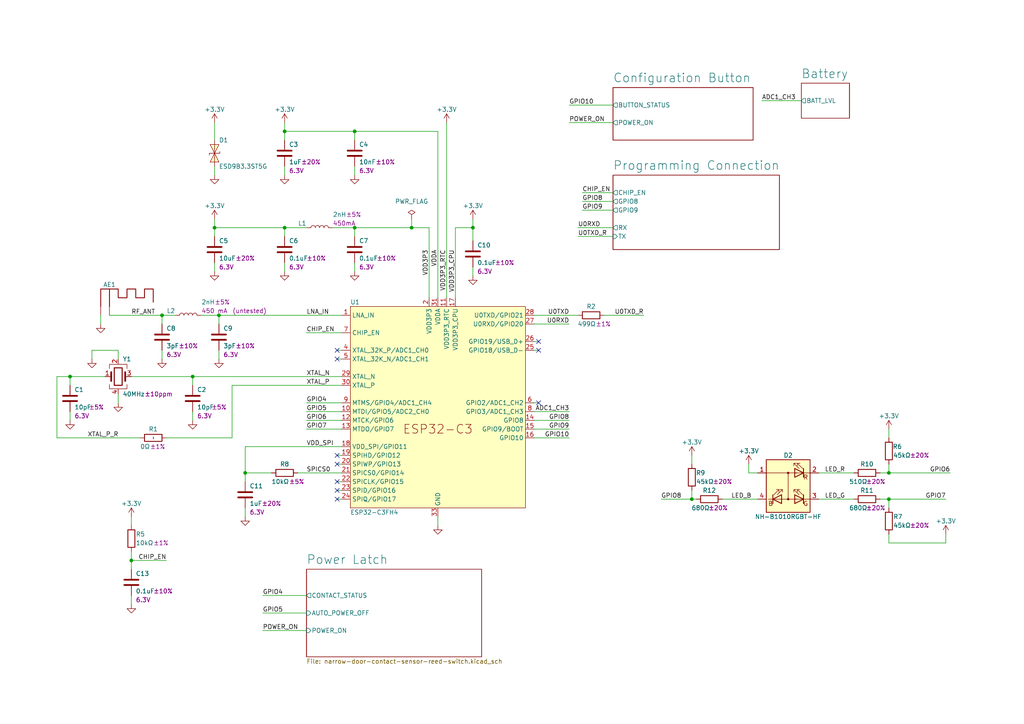
<source format=kicad_sch>
(kicad_sch (version 20230121) (generator eeschema)
  (paper "A4")
  (lib_symbols
    (symbol "Device:C" (pin_numbers hide) (pin_names (offset 0.254))
      (property "Reference" "C" (at 0.635 2.54 0))
      (property "Value" "C" (at 0.635 -2.54 0))
      (symbol "C_0_1"
        (polyline (pts (xy -2.032 -0.762) (xy 2.032 -0.762)) (stroke (width 0.508)))
        (polyline (pts (xy -2.032 0.762) (xy 2.032 0.762)) (stroke (width 0.508)))
      )
      (symbol "C_1_1"
        (pin passive line (at 0 3.81 270) (length 2.794) (name "~") (number "1"))
        (pin passive line (at 0 -3.81 90) (length 2.794) (name "~") (number "2"))
      )
    )
    (symbol "Device:Crystal_GND24" (pin_names (offset 1.016) hide)
      (property "Reference" "Y" (at 3.175 5.08 0))
      (property "Value" "Crystal_GND24" (at 3.175 3.175 0))
      (symbol "Crystal_GND24_0_1"
        (rectangle (start -1.143 2.54) (end 1.143 -2.54) (stroke (width 0.3048)))
        (polyline (pts (xy -2.54 0) (xy -2.032 0)))
        (polyline (pts (xy -2.032 -1.27) (xy -2.032 1.27)) (stroke (width 0.508)))
        (polyline (pts (xy 0 -3.81) (xy 0 -3.556)))
        (polyline (pts (xy 0 3.556) (xy 0 3.81)))
        (polyline (pts (xy 2.032 -1.27) (xy 2.032 1.27)) (stroke (width 0.508)))
        (polyline (pts (xy 2.032 0) (xy 2.54 0)))
        (polyline (pts (xy -2.54 -2.286) (xy -2.54 -3.556) (xy 2.54 -3.556) (xy 2.54 -2.286)))
        (polyline (pts (xy -2.54 2.286) (xy -2.54 3.556) (xy 2.54 3.556) (xy 2.54 2.286)))
      )
      (symbol "Crystal_GND24_1_1"
        (pin passive line (at -3.81 0 0) (length 1.27) (name "1") (number "1"))
        (pin passive line (at 0 5.08 270) (length 1.27) (name "2") (number "2"))
        (pin passive line (at 3.81 0 180) (length 1.27) (name "3") (number "3"))
        (pin passive line (at 0 -5.08 90) (length 1.27) (name "4") (number "4"))
      )
    )
    (symbol "Device:L" (pin_numbers hide) (pin_names (offset 1.016) hide)
      (property "Reference" "L" (at -1.27 0 90))
      (property "Value" "L" (at 1.905 0 90))
      (symbol "L_0_1"
        (arc (start 0 -2.54) (mid 0.6323 -1.905) (end 0 -1.27))
        (arc (start 0 -1.27) (mid 0.6323 -0.635) (end 0 0))
        (arc (start 0 0) (mid 0.6323 0.635) (end 0 1.27))
        (arc (start 0 1.27) (mid 0.6323 1.905) (end 0 2.54))
      )
      (symbol "L_1_1"
        (pin passive line (at 0 3.81 270) (length 1.27) (name "1") (number "1"))
        (pin passive line (at 0 -3.81 90) (length 1.27) (name "2") (number "2"))
      )
    )
    (symbol "Device:R" (pin_numbers hide) (pin_names (offset 0))
      (property "Reference" "R" (at 2.032 0 90))
      (property "Value" "R" (at 0 0 90))
      (symbol "R_0_1"
        (rectangle (start -1.016 -2.54) (end 1.016 2.54) (stroke (width 0.254)))
      )
      (symbol "R_1_1"
        (pin passive line (at 0 3.81 270) (length 1.27) (name "~") (number "1"))
        (pin passive line (at 0 -3.81 90) (length 1.27) (name "~") (number "2"))
      )
    )
    (symbol "Inverted_F_Antenna:Inverted_F_Antenna_2.4GHz_Meandered" (pin_numbers hide) (pin_names hide) (in_bom no)
      (property "Reference" "AE" (at 0 8.89 0))
      (property "Value" "Inverted_F_Antenna_2.4GHz_Meandered" (at -21.59 3.81 0))
      (symbol "Inverted_F_Antenna_2.4GHz_Meandered_1_1"
        (polyline (pts (xy 0 2.54) (xy 0 7.62)) (stroke (width 0.254)))
        (polyline (pts (xy -2.54 2.54) (xy -2.54 7.62) (xy 2.54 7.62) (xy 2.54 5.08) (xy 5.08 5.08) (xy 5.08 7.62) (xy 7.62 7.62) (xy 7.62 5.08) (xy 10.16 5.08) (xy 10.16 7.62) (xy 12.7 7.62) (xy 12.7 3.81)) (stroke (width 0.254)))
        (pin bidirectional line (at 0 0 90) (length 2.54) (name "A") (number "1"))
        (pin passive line (at -2.54 0 90) (length 2.54) (name "GND") (number "2"))
      )
    )
    (symbol "PCM_Espressif:ESP32-C3"
      (property "Reference" "U" (at -25.4 35.56 0))
      (property "Value" "ESP32-C3" (at -25.4 33.02 0))
      (symbol "ESP32-C3_0_0"
        (text "ESP32-C3" (at 0 -5.08 0) (effects (font (size 2.54 2.54))))
        (pin bidirectional line (at -27.94 27.94 0) (length 2.54) (name "LNA_IN") (number "1"))
        (pin bidirectional line (at -27.94 0 0) (length 2.54) (name "MTDI/GPIO5/ADC2_CH0") (number "10"))
        (pin power_in line (at 2.54 33.02 270) (length 2.54) (name "VDD3P3_RTC") (number "11"))
        (pin bidirectional line (at -27.94 -2.54 0) (length 2.54) (name "MTCK/GPIO6") (number "12"))
        (pin bidirectional line (at -27.94 -5.08 0) (length 2.54) (name "MTDO/GPIO7") (number "13"))
        (pin bidirectional line (at 27.94 -2.54 180) (length 2.54) (name "GPIO8") (number "14"))
        (pin bidirectional line (at 27.94 -5.08 180) (length 2.54) (name "GPIO9/BOOT") (number "15"))
        (pin bidirectional line (at 27.94 -7.62 180) (length 2.54) (name "GPIO10") (number "16"))
        (pin power_in line (at 5.08 33.02 270) (length 2.54) (name "VDD3P3_CPU") (number "17"))
        (pin bidirectional line (at -27.94 -10.16 0) (length 2.54) (name "VDD_SPI/GPIO11") (number "18"))
        (pin bidirectional line (at -27.94 -12.7 0) (length 2.54) (name "SPIHD/GPIO12") (number "19"))
        (pin power_in line (at -2.54 33.02 270) (length 2.54) (name "VDD3P3") (number "2"))
        (pin bidirectional line (at -27.94 -15.24 0) (length 2.54) (name "SPIWP/GPIO13") (number "20"))
        (pin bidirectional line (at -27.94 -17.78 0) (length 2.54) (name "SPICS0/GPIO14") (number "21"))
        (pin bidirectional line (at -27.94 -20.32 0) (length 2.54) (name "SPICLK/GPIO15") (number "22"))
        (pin bidirectional line (at -27.94 -22.86 0) (length 2.54) (name "SPID/GPIO16") (number "23"))
        (pin bidirectional line (at -27.94 -25.4 0) (length 2.54) (name "SPIQ/GPIO17") (number "24"))
        (pin bidirectional line (at 27.94 17.78 180) (length 2.54) (name "GPIO18/USB_D-") (number "25"))
        (pin bidirectional line (at 27.94 20.32 180) (length 2.54) (name "GPIO19/USB_D+") (number "26"))
        (pin bidirectional line (at 27.94 25.4 180) (length 2.54) (name "U0RXD/GPIO20") (number "27"))
        (pin bidirectional line (at 27.94 27.94 180) (length 2.54) (name "U0TXD/GPIO21") (number "28"))
        (pin output line (at -27.94 10.16 0) (length 2.54) (name "XTAL_N") (number "29"))
        (pin input line (at -27.94 7.62 0) (length 2.54) (name "XTAL_P") (number "30"))
        (pin power_in line (at 0 33.02 270) (length 2.54) (name "VDDA") (number "31"))
        (pin power_in line (at 0 -30.48 90) (length 2.54) (name "GND") (number "33"))
        (pin output line (at -27.94 17.78 0) (length 2.54) (name "XTAL_32K_P/ADC1_CH0") (number "4"))
        (pin input line (at -27.94 15.24 0) (length 2.54) (name "XTAL_32K_N/ADC1_CH1") (number "5"))
        (pin bidirectional line (at 27.94 2.54 180) (length 2.54) (name "GPIO2/ADC1_CH2") (number "6"))
        (pin input line (at -27.94 22.86 0) (length 2.54) (name "CHIP_EN") (number "7"))
        (pin bidirectional line (at 27.94 0 180) (length 2.54) (name "GPIO3/ADC1_CH3") (number "8"))
        (pin bidirectional line (at -27.94 2.54 0) (length 2.54) (name "MTMS/GPIO4/ADC1_CH4") (number "9"))
      )
      (symbol "ESP32-C3_0_1"
        (rectangle (start -25.4 30.48) (end 25.4 -27.94) (fill (type background)))
        (pin passive line (at -2.54 33.02 270) (length 2.54) hide (name "VDD3P3") (number "3"))
        (pin passive line (at 0 33.02 270) (length 2.54) hide (name "VDDA") (number "32"))
      )
    )
    (symbol "easyeda2kicad:ESD9B3.3ST5G-N" (pin_numbers hide) (pin_names hide)
      (property "Reference" "D" (at 0 2.54 0))
      (property "Value" "ESD9B3.3ST5G-N" (at 0 -2.54 0))
      (symbol "ESD9B3.3ST5G-N_0_1"
        (polyline (pts (xy 1.27 0) (xy -1.27 0)))
        (polyline (pts (xy -2.54 1.27) (xy 0 0) (xy -2.54 -1.27) (xy -2.54 1.27)) (fill (type background)))
        (polyline (pts (xy 2.54 1.27) (xy 0 0) (xy 2.54 -1.27) (xy 2.54 1.27)) (fill (type background)))
        (polyline (pts (xy -0.51 1.52) (xy -0.51 1.52) (xy 0 1.52) (xy 0 -1.52) (xy 0.51 -1.52) (xy 0.51 -1.52)))
      )
      (symbol "ESD9B3.3ST5G-N_1_1"
        (pin passive line (at -3.81 0 0) (length 2.54) (name "A1") (number "1"))
        (pin passive line (at 3.81 0 180) (length 2.54) (name "A2") (number "2"))
      )
    )
    (symbol "easyeda2kicad:NH-B1010RGBT-HF" (pin_names hide)
      (property "Reference" "LED" (at 0 8.89 0))
      (property "Value" "NH-B1010RGBT-HF" (at 0 -8.89 0))
      (symbol "NH-B1010RGBT-HF_0_0"
        (text "B" (at -5.08 -5.08 0) (effects (font (size 1.27 1.27))))
        (text "G" (at 5.08 -5.08 0) (effects (font (size 1.27 1.27))))
        (text "R" (at 5.08 2.54 0) (effects (font (size 1.27 1.27))))
      )
      (symbol "NH-B1010RGBT-HF_0_1"
        (rectangle (start -6.35 7.62) (end 6.35 -7.62) (stroke (width 0.254)) (fill (type background)))
        (circle (center 0 -3.81) (radius 0.254) (fill (type outline)))
        (polyline (pts (xy -4.445 -3.81) (xy -5.715 -3.81)))
        (polyline (pts (xy -4.445 -3.81) (xy -1.905 -3.81)))
        (polyline (pts (xy -4.445 -2.54) (xy -4.445 -5.08)) (stroke (width 0.254)))
        (polyline (pts (xy 0 3.81) (xy 0 -3.81)))
        (polyline (pts (xy 1.905 -3.81) (xy 4.445 -3.81)))
        (polyline (pts (xy 2.54 -3.81) (xy -1.905 -3.81)))
        (polyline (pts (xy 2.54 3.81) (xy -6.35 3.81)))
        (polyline (pts (xy 4.445 -3.81) (xy 6.35 -3.81)))
        (polyline (pts (xy 4.445 -2.54) (xy 4.445 -5.08)) (stroke (width 0.254)))
        (polyline (pts (xy 4.445 3.81) (xy 1.905 3.81)))
        (polyline (pts (xy 4.445 3.81) (xy 6.35 3.81)))
        (polyline (pts (xy 4.445 5.08) (xy 4.445 2.54)) (stroke (width 0.254)))
        (polyline (pts (xy 4.445 -2.54) (xy 4.445 -5.08) (xy 4.445 -5.08)))
        (polyline (pts (xy 4.445 5.08) (xy 4.445 2.54) (xy 4.445 2.54)))
        (polyline (pts (xy -1.905 -2.54) (xy -1.905 -5.08) (xy -4.445 -3.81) (xy -1.905 -2.54)) (stroke (width 0.254)))
        (polyline (pts (xy 1.905 -2.54) (xy 1.905 -5.08) (xy 4.445 -3.81) (xy 1.905 -2.54)) (stroke (width 0.254)))
        (polyline (pts (xy 1.905 5.08) (xy 1.905 2.54) (xy 4.445 3.81) (xy 1.905 5.08)) (stroke (width 0.254)))
        (polyline (pts (xy -4.191 -2.54) (xy -2.667 -1.016) (xy -3.429 -1.016) (xy -2.667 -1.016) (xy -2.667 -1.778)))
        (polyline (pts (xy -3.175 -2.54) (xy -1.651 -1.016) (xy -2.413 -1.016) (xy -1.651 -1.016) (xy -1.651 -1.778)))
        (polyline (pts (xy 3.175 -2.54) (xy 1.651 -1.016) (xy 2.413 -1.016) (xy 1.651 -1.016) (xy 1.651 -1.778)))
        (polyline (pts (xy 3.175 5.08) (xy 1.651 6.604) (xy 2.413 6.604) (xy 1.651 6.604) (xy 1.651 5.842)))
        (polyline (pts (xy 4.191 -2.54) (xy 2.667 -1.016) (xy 3.429 -1.016) (xy 2.667 -1.016) (xy 2.667 -1.778)))
        (polyline (pts (xy 4.191 5.08) (xy 2.667 6.604) (xy 3.429 6.604) (xy 2.667 6.604) (xy 2.667 5.842)))
        (circle (center 0 3.81) (radius 0.254) (fill (type outline)))
        (rectangle (start 1.905 -2.54) (end 1.905 -5.08))
        (rectangle (start 1.905 -2.54) (end 1.905 -2.54))
        (rectangle (start 1.905 5.08) (end 1.905 2.54))
        (rectangle (start 1.905 5.08) (end 1.905 5.08))
      )
      (symbol "NH-B1010RGBT-HF_1_1"
        (pin passive line (at -8.89 3.81 0) (length 2.54) (name "A") (number "1"))
        (pin passive line (at 8.89 3.81 180) (length 2.54) (name "RK") (number "2"))
        (pin passive line (at 8.89 -3.81 180) (length 2.54) (name "GK") (number "3"))
        (pin passive line (at -8.89 -3.81 0) (length 2.54) (name "BK") (number "4"))
      )
    )
    (symbol "power:+3.3V" (power) (pin_names (offset 0))
      (property "Value" "+3.3V" (at 0 3.556 0))
      (symbol "+3.3V_0_1"
        (polyline (pts (xy -0.762 1.27) (xy 0 2.54)))
        (polyline (pts (xy 0 0) (xy 0 2.54)))
        (polyline (pts (xy 0 2.54) (xy 0.762 1.27)))
      )
      (symbol "+3.3V_1_1"
        (pin power_in line (at 0 0 90) (length 0) hide (name "+3.3V") (number "1"))
      )
    )
    (symbol "power:GND" (power) (pin_names (offset 0))
      (property "Value" "GND" (at 0 -3.81 0))
      (symbol "GND_0_1"
        (polyline (pts (xy 0 0) (xy 0 -1.27) (xy 1.27 -1.27) (xy 0 -2.54) (xy -1.27 -1.27) (xy 0 -1.27)))
      )
      (symbol "GND_1_1"
        (pin power_in line (at 0 0 270) (length 0) hide (name "GND") (number "1"))
      )
    )
    (symbol "power:PWR_FLAG" (power) (pin_numbers hide) (pin_names (offset 0) hide)
      (property "Value" "PWR_FLAG" (at 0 3.81 0))
      (symbol "PWR_FLAG_0_0"
        (pin power_out line (at 0 0 90) (length 0) (name "pwr") (number "1"))
      )
      (symbol "PWR_FLAG_0_1"
        (polyline (pts (xy 0 0) (xy 0 1.27) (xy -1.016 1.905) (xy 0 2.54) (xy 1.016 1.905) (xy 0 1.27)))
      )
    )
  )
  (junction (at 82.55 66.04))
  (junction (at 102.87 66.04))
  (junction (at 102.87 38.1))
  (junction (at 20.32 109.22))
  (junction (at 46.99 91.44))
  (junction (at 38.1 162.56))
  (junction (at 137.16 66.04))
  (junction (at 119.38 66.04))
  (junction (at 200.66 144.78))
  (junction (at 257.81 137.16))
  (junction (at 257.81 144.78))
  (junction (at 63.5 91.44))
  (junction (at 71.12 137.16))
  (junction (at 82.55 38.1))
  (junction (at 62.23 66.04))
  (junction (at 55.88 109.22))
  (no_connect (at 156.21 101.6))
  (no_connect (at 97.79 134.62))
  (no_connect (at 97.79 101.6))
  (no_connect (at 97.79 139.7))
  (no_connect (at 156.21 99.06))
  (no_connect (at 97.79 142.24))
  (no_connect (at 97.79 132.08))
  (no_connect (at 156.21 116.84))
  (no_connect (at 97.79 104.14))
  (no_connect (at 97.79 144.78))
  (wire (pts (xy 217.17 134.62) (xy 217.17 137.16)))
  (wire (pts (xy 97.79 144.78) (xy 99.06 144.78)))
  (wire (pts (xy 132.08 66.04) (xy 132.08 86.36)))
  (wire (pts (xy 71.12 147.32) (xy 71.12 149.86)))
  (wire (pts (xy 82.55 66.04) (xy 82.55 68.58)))
  (wire (pts (xy 55.88 109.22) (xy 99.06 109.22)))
  (wire (pts (xy 20.32 119.38) (xy 20.32 121.92)))
  (wire (pts (xy 76.2 172.72) (xy 88.9 172.72)))
  (wire (pts (xy 137.16 77.47) (xy 137.16 80.01)))
  (wire (pts (xy 220.98 29.21) (xy 232.41 29.21)))
  (wire (pts (xy 102.87 38.1) (xy 102.87 40.64)))
  (wire (pts (xy 88.9 124.46) (xy 99.06 124.46)))
  (wire (pts (xy 119.38 66.04) (xy 124.46 66.04)))
  (wire (pts (xy 200.66 144.78) (xy 201.93 144.78)))
  (wire (pts (xy 55.88 109.22) (xy 55.88 111.76)))
  (wire (pts (xy 38.1 162.56) (xy 38.1 165.1)))
  (wire (pts (xy 97.79 139.7) (xy 99.06 139.7)))
  (wire (pts (xy 168.91 55.88) (xy 177.8 55.88)))
  (wire (pts (xy 168.91 60.96) (xy 177.8 60.96)))
  (wire (pts (xy 175.26 91.44) (xy 186.69 91.44)))
  (wire (pts (xy 88.9 116.84) (xy 99.06 116.84)))
  (wire (pts (xy 257.81 144.78) (xy 255.27 144.78)))
  (wire (pts (xy 132.08 66.04) (xy 137.16 66.04)))
  (wire (pts (xy 257.81 137.16) (xy 255.27 137.16)))
  (wire (pts (xy 63.5 101.6) (xy 63.5 104.14)))
  (wire (pts (xy 154.94 93.98) (xy 165.1 93.98)))
  (wire (pts (xy 29.21 91.44) (xy 29.21 93.98)))
  (wire (pts (xy 62.23 66.04) (xy 82.55 66.04)))
  (wire (pts (xy 119.38 63.5) (xy 119.38 66.04)))
  (wire (pts (xy 71.12 137.16) (xy 78.74 137.16)))
  (wire (pts (xy 127 149.86) (xy 127 152.4)))
  (wire (pts (xy 154.94 121.92) (xy 165.1 121.92)))
  (wire (pts (xy 97.79 101.6) (xy 99.06 101.6)))
  (wire (pts (xy 96.52 66.04) (xy 102.87 66.04)))
  (wire (pts (xy 58.42 91.44) (xy 63.5 91.44)))
  (wire (pts (xy 257.81 124.46) (xy 257.81 127)))
  (wire (pts (xy 127 38.1) (xy 127 86.36)))
  (wire (pts (xy 88.9 96.52) (xy 99.06 96.52)))
  (wire (pts (xy 67.31 111.76) (xy 99.06 111.76)))
  (wire (pts (xy 209.55 144.78) (xy 219.71 144.78)))
  (wire (pts (xy 129.54 35.56) (xy 129.54 86.36)))
  (wire (pts (xy 38.1 149.86) (xy 38.1 152.4)))
  (wire (pts (xy 38.1 109.22) (xy 55.88 109.22)))
  (wire (pts (xy 34.29 114.3) (xy 34.29 116.84)))
  (wire (pts (xy 38.1 172.72) (xy 38.1 175.26)))
  (wire (pts (xy 62.23 76.2) (xy 62.23 78.74)))
  (wire (pts (xy 63.5 91.44) (xy 63.5 93.98)))
  (wire (pts (xy 217.17 137.16) (xy 219.71 137.16)))
  (wire (pts (xy 200.66 132.08) (xy 200.66 134.62)))
  (wire (pts (xy 67.31 127) (xy 67.31 111.76)))
  (wire (pts (xy 88.9 119.38) (xy 99.06 119.38)))
  (wire (pts (xy 71.12 129.54) (xy 99.06 129.54)))
  (wire (pts (xy 82.55 66.04) (xy 88.9 66.04)))
  (wire (pts (xy 124.46 66.04) (xy 124.46 86.36)))
  (wire (pts (xy 257.81 157.48) (xy 274.32 157.48)))
  (wire (pts (xy 86.36 137.16) (xy 99.06 137.16)))
  (wire (pts (xy 62.23 50.8) (xy 62.23 48.26)))
  (wire (pts (xy 82.55 76.2) (xy 82.55 78.74)))
  (wire (pts (xy 97.79 104.14) (xy 99.06 104.14)))
  (wire (pts (xy 137.16 63.5) (xy 137.16 66.04)))
  (wire (pts (xy 102.87 38.1) (xy 127 38.1)))
  (wire (pts (xy 237.49 137.16) (xy 247.65 137.16)))
  (wire (pts (xy 82.55 38.1) (xy 82.55 40.64)))
  (wire (pts (xy 97.79 134.62) (xy 99.06 134.62)))
  (wire (pts (xy 102.87 66.04) (xy 119.38 66.04)))
  (wire (pts (xy 38.1 162.56) (xy 48.26 162.56)))
  (wire (pts (xy 76.2 182.88) (xy 88.9 182.88)))
  (wire (pts (xy 71.12 137.16) (xy 71.12 129.54)))
  (wire (pts (xy 257.81 144.78) (xy 257.81 147.32)))
  (wire (pts (xy 62.23 35.56) (xy 62.23 40.64)))
  (wire (pts (xy 82.55 35.56) (xy 82.55 38.1)))
  (wire (pts (xy 62.23 63.5) (xy 62.23 66.04)))
  (wire (pts (xy 274.32 157.48) (xy 274.32 154.94)))
  (wire (pts (xy 154.94 99.06) (xy 156.21 99.06)))
  (wire (pts (xy 34.29 101.6) (xy 26.67 101.6)))
  (wire (pts (xy 102.87 66.04) (xy 102.87 68.58)))
  (wire (pts (xy 55.88 119.38) (xy 55.88 121.92)))
  (wire (pts (xy 46.99 101.6) (xy 46.99 104.14)))
  (wire (pts (xy 46.99 93.98) (xy 46.99 91.44)))
  (wire (pts (xy 71.12 137.16) (xy 71.12 139.7)))
  (wire (pts (xy 274.32 144.78) (xy 257.81 144.78)))
  (wire (pts (xy 48.26 127) (xy 67.31 127)))
  (wire (pts (xy 154.94 91.44) (xy 167.64 91.44)))
  (wire (pts (xy 38.1 160.02) (xy 38.1 162.56)))
  (wire (pts (xy 76.2 177.8) (xy 88.9 177.8)))
  (wire (pts (xy 257.81 137.16) (xy 275.59 137.16)))
  (wire (pts (xy 31.75 91.44) (xy 46.99 91.44)))
  (wire (pts (xy 88.9 121.92) (xy 99.06 121.92)))
  (wire (pts (xy 16.51 127) (xy 40.64 127)))
  (wire (pts (xy 34.29 104.14) (xy 34.29 101.6)))
  (wire (pts (xy 247.65 144.78) (xy 237.49 144.78)))
  (wire (pts (xy 20.32 109.22) (xy 30.48 109.22)))
  (wire (pts (xy 167.64 66.04) (xy 177.8 66.04)))
  (wire (pts (xy 102.87 76.2) (xy 102.87 78.74)))
  (wire (pts (xy 63.5 91.44) (xy 99.06 91.44)))
  (wire (pts (xy 154.94 119.38) (xy 165.1 119.38)))
  (wire (pts (xy 137.16 66.04) (xy 137.16 69.85)))
  (wire (pts (xy 82.55 48.26) (xy 82.55 50.8)))
  (wire (pts (xy 154.94 124.46) (xy 165.1 124.46)))
  (wire (pts (xy 20.32 109.22) (xy 20.32 111.76)))
  (wire (pts (xy 167.64 68.58) (xy 177.8 68.58)))
  (wire (pts (xy 154.94 116.84) (xy 156.21 116.84)))
  (wire (pts (xy 257.81 134.62) (xy 257.81 137.16)))
  (wire (pts (xy 168.91 58.42) (xy 177.8 58.42)))
  (wire (pts (xy 26.67 101.6) (xy 26.67 104.14)))
  (wire (pts (xy 46.99 91.44) (xy 50.8 91.44)))
  (wire (pts (xy 97.79 132.08) (xy 99.06 132.08)))
  (wire (pts (xy 154.94 127) (xy 165.1 127)))
  (wire (pts (xy 102.87 48.26) (xy 102.87 50.8)))
  (wire (pts (xy 165.1 30.48) (xy 177.8 30.48)))
  (wire (pts (xy 154.94 101.6) (xy 156.21 101.6)))
  (wire (pts (xy 97.79 142.24) (xy 99.06 142.24)))
  (wire (pts (xy 16.51 109.22) (xy 16.51 127)))
  (wire (pts (xy 165.1 35.56) (xy 177.8 35.56)))
  (wire (pts (xy 257.81 154.94) (xy 257.81 157.48)))
  (wire (pts (xy 82.55 38.1) (xy 102.87 38.1)))
  (wire (pts (xy 200.66 142.24) (xy 200.66 144.78)))
  (wire (pts (xy 20.32 109.22) (xy 16.51 109.22)))
  (wire (pts (xy 191.77 144.78) (xy 200.66 144.78)))
  (wire (pts (xy 62.23 66.04) (xy 62.23 68.58)))
  (label "LNA_IN" (at 88.9 91.44 0))
  (label "CHIP_EN" (at 88.9 96.52 0))
  (label "XTAL_P" (at 88.9 111.76 0))
  (label "RF_ANT" (at 38.1 91.44 0))
  (label "LED_G" (at 245.11 144.78 180))
  (label "GPIO6" (at 275.59 137.16 180))
  (label "GPIO8" (at 165.1 121.92 180))
  (label "XTAL_P_R" (at 25.4 127 0))
  (label "CHIP_EN" (at 48.26 162.56 180))
  (label "GPIO10" (at 165.1 30.48 0))
  (label "ADC1_CH3" (at 220.98 29.21 0))
  (label "GPIO4" (at 88.9 116.84 0))
  (label "GPIO7" (at 274.32 144.78 180))
  (label "GPIO8" (at 191.77 144.78 0))
  (label "GPIO9" (at 168.91 60.96 0))
  (label "GPIO5" (at 76.2 177.8 0))
  (label "U0TXD_R" (at 186.69 91.44 180))
  (label "XTAL_N" (at 88.9 109.22 0))
  (label "ADC1_CH3" (at 165.1 119.38 180))
  (label "POWER_ON" (at 165.1 35.56 0))
  (label "U0TXD" (at 165.1 91.44 180))
  (label "U0RXD" (at 165.1 93.98 180))
  (label "VDDA" (at 127 72.39 270))
  (label "LED_B" (at 212.09 144.78 0))
  (label "GPIO6" (at 88.9 121.92 0))
  (label "U0TXD_R" (at 167.64 68.58 0))
  (label "VDD_SPI" (at 88.9 129.54 0))
  (label "GPIO5" (at 88.9 119.38 0))
  (label "CHIP_EN" (at 168.91 55.88 0))
  (label "SPICS0" (at 88.9 137.16 0))
  (label "GPIO7" (at 88.9 124.46 0))
  (label "GPIO8" (at 168.91 58.42 0))
  (label "LED_R" (at 245.11 137.16 180))
  (label "POWER_ON" (at 76.2 182.88 0))
  (label "VDD3P3" (at 124.46 72.39 270))
  (label "VDD3P3_RTC" (at 129.54 72.39 270))
  (label "VDD3P3_CPU" (at 132.08 72.39 270))
  (label "GPIO4" (at 76.2 172.72 0))
  (label "GPIO10" (at 165.1 127 180))
  (label "GPIO9" (at 165.1 124.46 180))
  (label "U0RXD" (at 167.64 66.04 0))
  (symbol (lib_id "Device:C") (at 82.55 44.45 0) (unit 1)
    (property "Reference" "C3" (at 83.82 41.91 0) (effects (justify left)))
    (property "Value" "1uF" (at 83.82 46.99 0) (effects (justify left)))
    (property "Footprint" "Capacitor_SMD:C_0201_0603Metric" (effects hide))
    (property "Voltage" "6.3V" (at 83.82 49.53 0) (effects (justify left)))
    (property "Tolerance" "±20%" (at 90.17 46.99 0))
    (property "LCSC Part" "C53067" (effects hide))
    (property "Part" "CL03A105MQ3CSNH" (effects hide))
    (property "Sim.Device" "C" (effects hide))
    (property "Sim.Params" "c=1u" (effects hide))
    (property "Sim.Pins" "1=+ 2=-" (effects hide))
  )
  (symbol (lib_id "power:+3.3V") (at 62.23 63.5 0) (unit 1)
    (property "Reference" "#PWR07" (effects hide))
    (property "Value" "+3.3V" (at 62.23 59.69 0))
  )
  (symbol (lib_id "power:+3.3V") (at 62.23 35.56 0) (unit 1)
    (property "Reference" "#PWR014" (effects hide))
    (property "Value" "+3.3V" (at 62.23 31.75 0))
  )
  (symbol (lib_id "Device:C") (at 137.16 73.66 0) (mirror x) (unit 1)
    (property "Reference" "C10" (at 138.43 71.12 0) (effects (justify left)))
    (property "Value" "0.1uF" (at 138.43 76.2 0) (effects (justify left)))
    (property "Footprint" "Capacitor_SMD:C_0201_0603Metric" (effects hide))
    (property "Voltage" "6.3V" (at 138.43 78.74 0) (effects (justify left)))
    (property "Tolerance" "±10%" (at 143.51 76.2 0) (effects (justify left)))
    (property "LCSC Part" "C5139511" (effects hide))
    (property "Part" "CL03Y104KQSVPNC" (effects hide))
    (property "Sim.Device" "C" (effects hide))
    (property "Sim.Params" "c=100n" (effects hide))
    (property "Sim.Pins" "1=+ 2=-" (effects hide))
  )
  (symbol (lib_id "easyeda2kicad:NH-B1010RGBT-HF") (at 228.6 140.97 0) (unit 1)
    (property "Reference" "D2" (at 228.6 132.08 0))
    (property "Value" "NH-B1010RGBT-HF" (at 228.6 149.86 0))
    (property "Footprint" "easyeda2kicad:LED-ARRAY-SMD_4P-L1.0-W1.0-TR_NH-B1010RGBT" (effects hide))
    (property "LCSC Part" "C2874113" (effects hide))
    (property "Sim.Device" "D" (effects hide))
    (property "Sim.Pins" "1=A 2=K" (effects hide))
  )
  (symbol (lib_id "Device:C") (at 63.5 97.79 0) (unit 1)
    (property "Reference" "C9" (at 64.77 95.25 0) (effects (justify left)))
    (property "Value" "3pF" (at 64.77 100.33 0) (effects (justify left)))
    (property "Footprint" "Capacitor_SMD:C_0201_0603Metric" (effects hide))
    (property "Voltage" "6.3V" (at 64.77 102.87 0) (effects (justify left)))
    (property "Tolerance" "±10%" (at 71.12 100.33 0))
    (property "Part" "GRM0335C1H3R0BA01D" (effects hide))
    (property "LCSC Part" "C237430" (effects hide))
    (property "Sim.Device" "C" (effects hide))
    (property "Sim.Params" "c=3p" (effects hide))
    (property "Sim.Pins" "1=+ 2=-" (effects hide))
  )
  (symbol (lib_id "Device:R") (at 251.46 137.16 90) (unit 1)
    (property "Reference" "R10" (at 251.46 134.62 90))
    (property "Value" "510Ω" (at 248.92 139.7 90))
    (property "Footprint" "Resistor_SMD:R_0201_0603Metric" (effects hide))
    (property "Tolerance" "±20%" (at 254 139.7 90))
    (property "LCSC Part" "C180335" (effects hide))
    (property "Sim.Device" "R" (effects hide))
    (property "Sim.Pins" "1=+ 2=-" (effects hide))
    (property "Sim.Params" "r=510" (effects hide))
  )
  (symbol (lib_id "Device:C") (at 20.32 115.57 0) (unit 1)
    (property "Reference" "C1" (at 21.59 113.03 0) (effects (justify left)))
    (property "Value" "10pF" (at 21.59 118.11 0) (effects (justify left)))
    (property "Footprint" "Capacitor_SMD:C_0201_0603Metric" (effects hide))
    (property "Voltage" "6.3V" (at 21.59 120.65 0) (effects (justify left)))
    (property "Tolerance" "±5%" (at 27.94 118.11 0))
    (property "Temperature Coefficient" "C0G" (effects hide))
    (property "Part" "GRM0335C1H100JA01D" (effects hide))
    (property "LCSC Part" "C76921" (effects hide))
    (property "Sim.Device" "C" (effects hide))
    (property "Sim.Params" "c=10p" (effects hide))
    (property "Sim.Pins" "1=+ 2=-" (effects hide))
  )
  (symbol (lib_id "Device:C") (at 102.87 72.39 0) (unit 1)
    (property "Reference" "C7" (at 104.14 69.85 0) (effects (justify left)))
    (property "Value" "0.1uF" (at 104.14 74.93 0) (effects (justify left)))
    (property "Footprint" "Capacitor_SMD:C_0201_0603Metric" (effects hide))
    (property "Voltage" "6.3V" (at 104.14 77.47 0) (effects (justify left)))
    (property "Tolerance" "±10%" (at 109.22 74.93 0) (effects (justify left)))
    (property "LCSC Part" "C5139511" (effects hide))
    (property "Part" "CL03Y104KQSVPNC" (effects hide))
    (property "Sim.Device" "C" (effects hide))
    (property "Sim.Params" "c=100n" (effects hide))
    (property "Sim.Pins" "1=+ 2=-" (effects hide))
  )
  (symbol (lib_id "Device:L") (at 92.71 66.04 90) (unit 1)
    (property "Reference" "L1" (at 88.9 64.77 90) (effects (justify left)))
    (property "Value" "2nH" (at 96.52 62.23 90) (effects (justify right)))
    (property "Footprint" "Inductor_SMD:L_0201_0603Metric" (effects hide))
    (property "Tolerance" "±5%" (at 100.33 62.23 90) (effects (justify right)))
    (property "Rated Current" "450mA" (at 96.52 64.77 90) (effects (justify right)))
    (property "Part" "LQP03TG2N0C02D" (effects hide))
    (property "LCSC Part" "C162593" (effects hide))
  )
  (symbol (lib_id "power:+3.3V") (at 129.54 35.56 0) (unit 1)
    (property "Reference" "#PWR020" (effects hide))
    (property "Value" "+3.3V" (at 129.54 31.75 0))
  )
  (symbol (lib_id "Device:R") (at 82.55 137.16 90) (unit 1)
    (property "Reference" "R8" (at 82.55 134.62 90))
    (property "Value" "10kΩ" (at 81.28 139.7 90))
    (property "Footprint" "Resistor_SMD:R_0201_0603Metric" (effects hide))
    (property "Tolerance" "±5%" (at 83.82 139.7 90) (effects (justify right)))
    (property "LCSC Part" "C304504" (effects hide))
    (property "Sim.Device" "R" (effects hide))
    (property "Sim.Params" "r=10k" (effects hide))
    (property "Sim.Pins" "1=+ 2=-" (effects hide))
  )
  (symbol (lib_id "easyeda2kicad:ESD9B3.3ST5G-N") (at 62.23 44.45 90) (unit 1)
    (property "Reference" "D1" (at 63.5 40.64 90) (effects (justify right)))
    (property "Value" "ESD9B3.3ST5G" (at 63.5 48.26 90) (effects (justify right)))
    (property "Footprint" "easyeda2kicad:DFN1006-2L-BI" (effects hide))
    (property "Datasheet" "https://lcsc.com/product-detail/Others_Bourne-Semicon-Shenzhen-ESD9B3-3ST5G-N_C316039.html" (effects hide))
    (property "Part" "ESD9B3.3ST5G-N" (effects hide))
    (property "LCSC Part" "C316039" (effects hide))
    (property "Sim.Device" "SUBCKT" (effects hide))
    (property "Sim.Pins" "1=1 2=2" (effects hide))
    (property "Sim.Library" "lib/ESD9B5_0ST5G.REV0.LIB" (effects hide))
    (property "Sim.Name" "esd9b5_0st5g" (effects hide))
  )
  (symbol (lib_id "Device:R") (at 257.81 151.13 180) (unit 1)
    (property "Reference" "R7" (at 259.08 149.86 0) (effects (justify right)))
    (property "Value" "45kΩ" (at 259.08 152.4 0) (effects (justify right)))
    (property "Footprint" "Resistor_SMD:R_0201_0603Metric" (effects hide))
    (property "Tolerance" "±20%" (at 266.7 152.4 0))
    (property "LCSC Part" "C423419" (effects hide))
    (property "Sim.Device" "R" (effects hide))
    (property "Sim.Params" "r=45k" (effects hide))
    (property "Sim.Pins" "1=+ 2=-" (effects hide))
  )
  (symbol (lib_id "power:+3.3V") (at 82.55 35.56 0) (unit 1)
    (property "Reference" "#PWR08" (effects hide))
    (property "Value" "+3.3V" (at 82.55 31.75 0))
  )
  (symbol (lib_id "Device:C") (at 82.55 72.39 0) (unit 1)
    (property "Reference" "C6" (at 83.82 69.85 0) (effects (justify left)))
    (property "Value" "0.1uF" (at 83.82 74.93 0) (effects (justify left)))
    (property "Footprint" "Capacitor_SMD:C_0201_0603Metric" (effects hide))
    (property "Voltage" "6.3V" (at 83.82 77.47 0) (effects (justify left)))
    (property "Tolerance" "±10%" (at 88.9 74.93 0) (effects (justify left)))
    (property "LCSC Part" "C5139511" (effects hide))
    (property "Part" "CL03Y104KQSVPNC" (effects hide))
    (property "Sim.Device" "C" (effects hide))
    (property "Sim.Params" "c=100n" (effects hide))
    (property "Sim.Pins" "1=+ 2=-" (effects hide))
  )
  (symbol (lib_id "power:GND") (at 71.12 149.86 0) (unit 1)
    (property "Reference" "#PWR019" (effects hide))
    (property "Value" "GND" (effects hide))
  )
  (symbol (lib_id "Device:R") (at 205.74 144.78 270) (unit 1)
    (property "Reference" "R12" (at 205.74 142.24 90))
    (property "Value" "680Ω" (at 203.2 147.32 90))
    (property "Footprint" "Resistor_SMD:R_0201_0603Metric" (effects hide))
    (property "Tolerance" "±20%" (at 208.28 147.32 90))
    (property "LCSC Part" "C138089" (effects hide))
    (property "Sim.Device" "R" (effects hide))
    (property "Sim.Pins" "1=+ 2=-" (effects hide))
    (property "Sim.Params" "r=680" (effects hide))
  )
  (symbol (lib_id "power:GND") (at 82.55 50.8 0) (unit 1)
    (property "Reference" "#PWR09" (effects hide))
    (property "Value" "GND" (effects hide))
  )
  (symbol (lib_id "Device:C") (at 38.1 168.91 0) (unit 1)
    (property "Reference" "C13" (at 39.37 166.37 0) (effects (justify left)))
    (property "Value" "0.1uF" (at 39.37 171.45 0) (effects (justify left)))
    (property "Footprint" "Capacitor_SMD:C_0201_0603Metric" (effects hide))
    (property "Voltage" "6.3V" (at 39.37 173.99 0) (effects (justify left)))
    (property "Tolerance" "±10%" (at 44.45 171.45 0) (effects (justify left)))
    (property "LCSC Part" "C5139511" (effects hide))
    (property "Part" "CL03Y104KQSVPNC" (effects hide))
    (property "Sim.Device" "C" (effects hide))
    (property "Sim.Params" "c=100n" (effects hide))
    (property "Sim.Pins" "1=+ 2=-" (effects hide))
  )
  (symbol (lib_id "Device:C") (at 46.99 97.79 0) (unit 1)
    (property "Reference" "C8" (at 48.26 95.25 0) (effects (justify left)))
    (property "Value" "3pF" (at 48.26 100.33 0) (effects (justify left)))
    (property "Footprint" "Capacitor_SMD:C_0201_0603Metric" (effects hide))
    (property "Voltage" "6.3V" (at 48.26 102.87 0) (effects (justify left)))
    (property "Tolerance" "±10%" (at 54.61 100.33 0))
    (property "Part" "GRM0335C1H3R0BA01D" (effects hide))
    (property "LCSC Part" "C237430" (effects hide))
    (property "Sim.Device" "C" (effects hide))
    (property "Sim.Params" "c=3p" (effects hide))
    (property "Sim.Pins" "1=+ 2=-" (effects hide))
  )
  (symbol (lib_id "power:GND") (at 26.67 104.14 0) (unit 1)
    (property "Reference" "#PWR025" (effects hide))
    (property "Value" "GND" (effects hide))
  )
  (symbol (lib_id "power:GND") (at 62.23 50.8 0) (unit 1)
    (property "Reference" "#PWR015" (effects hide))
    (property "Value" "GND" (effects hide))
  )
  (symbol (lib_id "power:+3.3V") (at 38.1 149.86 0) (unit 1)
    (property "Reference" "#PWR029" (effects hide))
    (property "Value" "+3.3V" (at 38.1 146.05 0))
  )
  (symbol (lib_id "Device:R") (at 251.46 144.78 90) (unit 1)
    (property "Reference" "R11" (at 251.46 142.24 90))
    (property "Value" "680Ω" (at 248.92 147.32 90))
    (property "Footprint" "Resistor_SMD:R_0201_0603Metric" (effects hide))
    (property "Tolerance" "±20%" (at 254 147.32 90))
    (property "LCSC Part" "C138089" (effects hide))
    (property "Sim.Device" "R" (effects hide))
    (property "Sim.Pins" "1=+ 2=-" (effects hide))
    (property "Sim.Params" "r=680" (effects hide))
  )
  (symbol (lib_id "Device:Crystal_GND24") (at 34.29 109.22 0) (unit 1)
    (property "Reference" "Y1" (at 35.56 104.14 0) (effects (justify left)))
    (property "Value" "40MHz" (at 35.56 114.3 0) (effects (justify left)))
    (property "Footprint" "easyeda2kicad:CRYSTAL-SMD_4P-L2.0-W1.6-BL" (effects hide))
    (property "Tolerance" "±10ppm" (at 41.91 114.3 0) (effects (justify left)))
    (property "Part" "R940000171" (effects hide))
    (property "LCSC Part" "C2929402" (effects hide))
    (property "Drive Level" "100uW" (effects hide))
    (property "Load Capacitance" "9pF" (effects hide))
    (property "Sim.Device" "R" (effects hide))
    (property "Sim.Pins" "1=+ 2=-" (effects hide))
    (property "Sim.Params" "r=0" (effects hide))
    (property "Sim.Enable" "0" (effects hide))
  )
  (symbol (lib_id "Device:R") (at 44.45 127 270) (mirror x) (unit 1)
    (property "Reference" "R1" (at 44.45 124.46 90))
    (property "Value" "0Ω" (at 40.64 129.54 90) (effects (justify left)))
    (property "Footprint" "Resistor_SMD:R_0201_0603Metric" (effects hide))
    (property "Datasheet" "~" (at 44.45 127 0))
    (property "Tolerance" "±1%" (at 45.72 129.54 90))
    (property "Part" "0201WMF0000TEE" (effects hide))
    (property "LCSC Part" "C473473" (effects hide))
    (property "Sim.Device" "R" (effects hide))
    (property "Sim.Params" "r=0" (effects hide))
    (property "Sim.Pins" "1=+ 2=-" (effects hide))
  )
  (symbol (lib_id "power:GND") (at 29.21 93.98 0) (unit 1)
    (property "Reference" "#PWR03" (effects hide))
    (property "Value" "GND" (effects hide))
  )
  (symbol (lib_id "Inverted_F_Antenna:Inverted_F_Antenna_2.4GHz_Meandered") (at 31.75 91.44 0) (unit 1) (in_bom no)
    (property "Reference" "AE1" (at 31.75 82.55 0))
    (property "Value" "Inverted_F_Antenna_2.4GHz_Meandered" (effects hide))
    (property "Footprint" "Inverted_F_Antenna:ESP32-C3-MINI-1_Inverted_F_Antenna" (effects hide))
    (property "Sim.Device" "TLINE" (effects hide))
    (property "Sim.Pins" "1=1+ 2=1-" (effects hide))
    (property "Sim.Params" "z0=50 td=4.16667e-10" (effects hide))
  )
  (symbol (lib_id "power:GND") (at 127 152.4 0) (unit 1)
    (property "Reference" "#PWR016" (effects hide))
    (property "Value" "GND" (effects hide))
  )
  (symbol (lib_id "power:GND") (at 82.55 78.74 0) (unit 1)
    (property "Reference" "#PWR04" (effects hide))
    (property "Value" "GND" (effects hide))
  )
  (symbol (lib_id "Device:C") (at 62.23 72.39 0) (mirror x) (unit 1)
    (property "Reference" "C5" (at 63.5 69.85 0) (effects (justify left)))
    (property "Value" "10uF" (at 63.5 74.93 0) (effects (justify left)))
    (property "Footprint" "Capacitor_SMD:C_0402_1005Metric" (effects hide))
    (property "Voltage" "6.3V" (at 63.5 77.47 0) (effects (justify left)))
    (property "Tolerance" "±20%" (at 71.12 74.93 0))
    (property "LCSC Part" "C15525" (effects hide))
    (property "Part" "CL05A106MQ5NUNC" (effects hide))
    (property "Sim.Device" "C" (effects hide))
    (property "Sim.Params" "c=10u" (effects hide))
    (property "Sim.Pins" "1=+ 2=-" (effects hide))
  )
  (symbol (lib_id "power:GND") (at 137.16 80.01 0) (mirror y) (unit 1)
    (property "Reference" "#PWR018" (effects hide))
    (property "Value" "GND" (effects hide))
  )
  (symbol (lib_id "Device:R") (at 257.81 130.81 0) (unit 1)
    (property "Reference" "R6" (at 261.62 129.54 0) (effects (justify right)))
    (property "Value" "45kΩ" (at 264.16 132.08 0) (effects (justify right)))
    (property "Footprint" "Resistor_SMD:R_0201_0603Metric" (effects hide))
    (property "Tolerance" "±20%" (at 266.7 132.08 0))
    (property "LCSC Part" "C423419" (effects hide))
    (property "Sim.Device" "R" (effects hide))
    (property "Sim.Params" "r=45k" (effects hide))
    (property "Sim.Pins" "1=+ 2=-" (effects hide))
  )
  (symbol (lib_id "power:GND") (at 63.5 104.14 0) (unit 1)
    (property "Reference" "#PWR01" (effects hide))
    (property "Value" "GND" (effects hide))
  )
  (symbol (lib_id "power:GND") (at 20.32 121.92 0) (unit 1)
    (property "Reference" "#PWR011" (effects hide))
    (property "Value" "GND" (effects hide))
  )
  (symbol (lib_id "Device:R") (at 200.66 138.43 0) (unit 1)
    (property "Reference" "R9" (at 203.2 137.16 0))
    (property "Value" "45kΩ" (at 204.47 139.7 0))
    (property "Footprint" "Resistor_SMD:R_0201_0603Metric" (effects hide))
    (property "Tolerance" "±20%" (at 209.55 139.7 0))
    (property "LCSC Part" "C423419" (effects hide))
    (property "Sim.Device" "R" (effects hide))
    (property "Sim.Params" "r=45k" (effects hide))
    (property "Sim.Pins" "1=+ 2=-" (effects hide))
  )
  (symbol (lib_id "Device:R") (at 171.45 91.44 90) (unit 1)
    (property "Reference" "R2" (at 171.45 88.9 90))
    (property "Value" "499Ω" (at 170.18 93.98 90))
    (property "Footprint" "Resistor_SMD:R_0201_0603Metric" (effects hide))
    (property "Tolerance" "±1%" (at 172.72 93.98 90) (effects (justify right)))
    (property "LCSC Part" "C138137" (effects hide))
    (property "Sim.Device" "R" (effects hide))
    (property "Sim.Pins" "1=+ 2=-" (effects hide))
    (property "Sim.Params" "r=499" (effects hide))
    (property "Part" "RC0201FR-07499RL" (effects hide))
  )
  (symbol (lib_id "power:GND") (at 55.88 121.92 0) (unit 1)
    (property "Reference" "#PWR012" (effects hide))
    (property "Value" "GND" (effects hide))
  )
  (symbol (lib_id "PCM_Espressif:ESP32-C3") (at 127 119.38 0) (unit 1)
    (property "Reference" "U1" (at 101.6 87.63 0) (effects (justify left)))
    (property "Value" "ESP32-C3FH4" (at 101.6 148.59 0) (effects (justify left)))
    (property "Footprint" "Package_DFN_QFN:QFN-32-1EP_5x5mm_P0.5mm_EP3.45x3.45mm" (effects hide))
    (property "Datasheet" "https://www.espressif.com/sites/default/files/documentation/esp32-c3_datasheet_en.pdf" (effects hide))
    (property "LCSC Part" "C2858491" (effects hide))
    (property "Sim.Device" "R" (effects hide))
    (property "Sim.Pins" "1=+ 2=-" (effects hide))
    (property "Sim.Params" "r=10" (effects hide))
    (property "Sim.Enable" "0" (effects hide))
  )
  (symbol (lib_id "power:+3.3V") (at 257.81 124.46 0) (unit 1)
    (property "Reference" "#PWR034" (effects hide))
    (property "Value" "+3.3V" (at 257.81 120.65 0))
  )
  (symbol (lib_id "power:GND") (at 46.99 104.14 0) (unit 1)
    (property "Reference" "#PWR02" (effects hide))
    (property "Value" "GND" (effects hide))
  )
  (symbol (lib_id "Device:C") (at 55.88 115.57 0) (unit 1)
    (property "Reference" "C2" (at 57.15 113.03 0) (effects (justify left)))
    (property "Value" "10pF" (at 57.15 118.11 0) (effects (justify left)))
    (property "Footprint" "Capacitor_SMD:C_0201_0603Metric" (effects hide))
    (property "Voltage" "6.3V" (at 57.15 120.65 0) (effects (justify left)))
    (property "Tolerance" "±5%" (at 63.5 118.11 0))
    (property "Temperature Coefficient" "C0G" (effects hide))
    (property "Part" "GRM0335C1H100JA01D" (effects hide))
    (property "LCSC Part" "C76921" (effects hide))
    (property "Sim.Device" "C" (effects hide))
    (property "Sim.Pins" "1=+ 2=-" (effects hide))
    (property "Sim.Params" "c=10p" (effects hide))
  )
  (symbol (lib_id "Device:C") (at 71.12 143.51 0) (mirror x) (unit 1)
    (property "Reference" "C11" (at 72.39 140.97 0) (effects (justify left)))
    (property "Value" "1uF" (at 72.39 146.05 0) (effects (justify left)))
    (property "Footprint" "Capacitor_SMD:C_0201_0603Metric" (effects hide))
    (property "Voltage" "6.3V" (at 72.39 148.59 0) (effects (justify left)))
    (property "Tolerance" "±20%" (at 78.74 146.05 0))
    (property "LCSC Part" "C53067" (effects hide))
    (property "Part" "CL03A105MQ3CSNH" (effects hide))
    (property "Sim.Device" "C" (effects hide))
    (property "Sim.Params" "c=1u" (effects hide))
    (property "Sim.Pins" "1=+ 2=-" (effects hide))
  )
  (symbol (lib_id "power:+3.3V") (at 137.16 63.5 0) (unit 1)
    (property "Reference" "#PWR017" (effects hide))
    (property "Value" "+3.3V" (at 137.16 59.69 0))
  )
  (symbol (lib_id "power:GND") (at 38.1 175.26 0) (unit 1)
    (property "Reference" "#PWR030" (effects hide))
    (property "Value" "GND" (effects hide))
  )
  (symbol (lib_id "power:+3.3V") (at 200.66 132.08 0) (unit 1)
    (property "Reference" "#PWR035" (effects hide))
    (property "Value" "+3.3V" (at 200.66 128.27 0))
  )
  (symbol (lib_id "power:GND") (at 102.87 78.74 0) (unit 1)
    (property "Reference" "#PWR05" (effects hide))
    (property "Value" "GND" (effects hide))
  )
  (symbol (lib_id "power:GND") (at 102.87 50.8 0) (unit 1)
    (property "Reference" "#PWR010" (effects hide))
    (property "Value" "GND" (effects hide))
  )
  (symbol (lib_id "Device:C") (at 102.87 44.45 0) (unit 1)
    (property "Reference" "C4" (at 104.14 41.91 0) (effects (justify left)))
    (property "Value" "10nF" (at 104.14 46.99 0) (effects (justify left)))
    (property "Footprint" "Capacitor_SMD:C_0201_0603Metric" (effects hide))
    (property "Voltage" "6.3V" (at 104.14 49.53 0) (effects (justify left)))
    (property "Tolerance" "±10%" (at 111.76 46.99 0))
    (property "LCSC Part" "C76941" (effects hide))
    (property "Part" "GRM033R71A103KA01D" (effects hide))
    (property "Sim.Device" "C" (effects hide))
    (property "Sim.Params" "c=10n" (effects hide))
    (property "Sim.Pins" "1=+ 2=-" (effects hide))
  )
  (symbol (lib_id "power:GND") (at 34.29 116.84 0) (unit 1)
    (property "Reference" "#PWR013" (effects hide))
    (property "Value" "GND" (effects hide))
  )
  (symbol (lib_id "Device:L") (at 54.61 91.44 90) (unit 1)
    (property "Reference" "L2" (at 50.8 90.17 90) (effects (justify left)))
    (property "Value" "2nH" (at 58.42 87.63 90) (effects (justify right)))
    (property "Footprint" "Inductor_SMD:L_0201_0603Metric" (effects hide))
    (property "Tolerance" "±5%" (at 62.23 87.63 90) (effects (justify right)))
    (property "Note" "(untested)" (at 72.39 90.17 90))
    (property "Rated Current" "450 mA" (at 62.23 90.17 90))
    (property "Part" "LQP03TG2N0C02D" (effects hide))
    (property "LCSC Part" "C162593" (effects hide))
  )
  (symbol (lib_id "power:+3.3V") (at 217.17 134.62 0) (unit 1)
    (property "Reference" "#PWR033" (effects hide))
    (property "Value" "+3.3V" (at 217.17 130.81 0))
  )
  (symbol (lib_id "power:+3.3V") (at 274.32 154.94 0) (unit 1)
    (property "Reference" "#PWR036" (effects hide))
    (property "Value" "+3.3V" (at 274.32 151.13 0))
  )
  (symbol (lib_id "power:PWR_FLAG") (at 119.38 63.5 0) (unit 1)
    (property "Reference" "#FLG05" (effects hide))
    (property "Value" "PWR_FLAG" (at 119.38 58.42 0))
  )
  (symbol (lib_id "Device:R") (at 38.1 156.21 180) (unit 1)
    (property "Reference" "R5" (at 39.37 154.94 0) (effects (justify right)))
    (property "Value" "10kΩ" (at 39.37 157.48 0) (effects (justify right)))
    (property "Footprint" "Resistor_SMD:R_0201_0603Metric" (effects hide))
    (property "Tolerance" "±1%" (at 44.45 157.48 0) (effects (justify right)))
    (property "LCSC Part" "C304504" (effects hide))
    (property "Sim.Device" "R" (effects hide))
    (property "Sim.Params" "r=10k" (effects hide))
    (property "Sim.Pins" "1=+ 2=-" (effects hide))
  )
  (symbol (lib_id "power:GND") (at 62.23 78.74 0) (unit 1)
    (property "Reference" "#PWR06" (effects hide))
    (property "Value" "GND" (effects hide))
  )
  (sheet (at 177.8 25.4) (size 40.64 15.24) (stroke (width 0.1524))
    (property "Sheetname" "Configuration Button" (at 177.8 24.0534 0) (effects (font (size 2.54 2.54)) (justify left bottom)))
    (property "Sheetfile" "narrow-door-contact-sensor-config-button.kicad_sch" (effects hide))
    (pin "BUTTON_STATUS" output (at 177.8 30.48 180))
    (pin "POWER_ON" output (at 177.8 35.56 180))
  )
  (sheet (at 88.9 165.1) (size 50.8 25.4) (stroke (width 0.1524))
    (property "Sheetname" "Power Latch" (at 88.9 163.7534 0) (effects (font (size 2.54 2.54)) (justify left bottom)))
    (property "Sheetfile" "narrow-door-contact-sensor-reed-switch.kicad_sch" (at 88.9 191.0846 0) (effects (justify left top)))
    (pin "AUTO_POWER_OFF" input (at 88.9 177.8 180))
    (pin "CONTACT_STATUS" output (at 88.9 172.72 180))
    (pin "POWER_ON" input (at 88.9 182.88 180))
  )
  (sheet (at 232.41 24.13) (size 13.97 10.16) (stroke (width 0.1524))
    (property "Sheetname" "Battery" (at 232.41 22.86 0) (effects (font (size 2.54 2.54)) (justify left bottom)))
    (property "Sheetfile" "narrow-door-contact-sensor-battery.kicad_sch" (effects hide))
    (pin "BATT_LVL" output (at 232.41 29.21 180))
  )
  (sheet (at 177.8 50.8) (size 48.26 21.59) (stroke (width 0.1524))
    (property "Sheetname" "Programming Connection" (at 177.8 49.4534 0) (effects (font (size 2.54 2.54)) (justify left bottom)))
    (property "Sheetfile" "narrow-door-contact-sensor-programming-connection.kicad_sch" (effects hide))
    (pin "GPIO9" output (at 177.8 60.96 180))
    (pin "CHIP_EN" output (at 177.8 55.88 180))
    (pin "GPIO8" output (at 177.8 58.42 180))
    (pin "RX" output (at 177.8 66.04 180))
    (pin "TX" input (at 177.8 68.58 180))
  )
)
</source>
